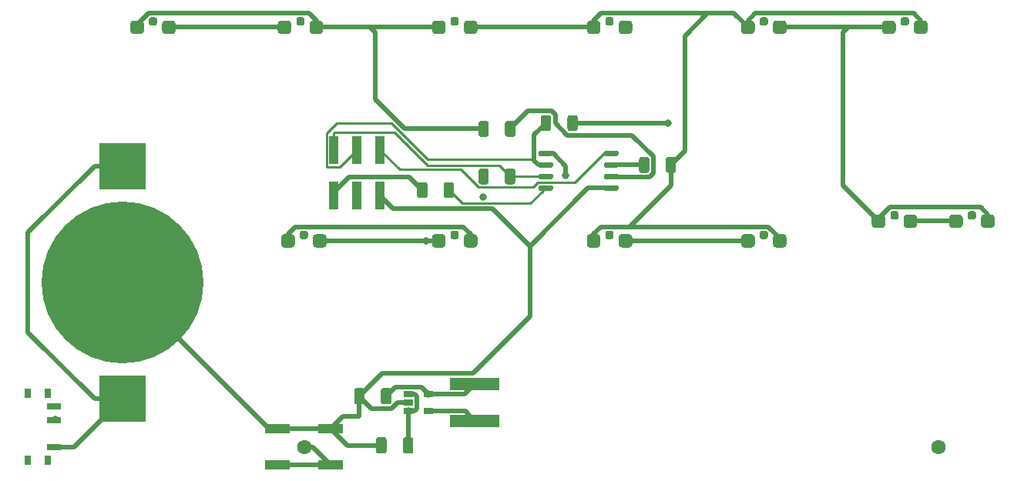
<source format=gbl>
G04 #@! TF.GenerationSoftware,KiCad,Pcbnew,(5.1.10)-1*
G04 #@! TF.CreationDate,2021-12-12T20:23:00-05:00*
G04 #@! TF.ProjectId,Bus Ornament,42757320-4f72-46e6-916d-656e742e6b69,rev?*
G04 #@! TF.SameCoordinates,Original*
G04 #@! TF.FileFunction,Copper,L4,Bot*
G04 #@! TF.FilePolarity,Positive*
%FSLAX46Y46*%
G04 Gerber Fmt 4.6, Leading zero omitted, Abs format (unit mm)*
G04 Created by KiCad (PCBNEW (5.1.10)-1) date 2021-12-12 20:23:00*
%MOMM*%
%LPD*%
G01*
G04 APERTURE LIST*
G04 #@! TA.AperFunction,SMDPad,CuDef*
%ADD10C,17.800000*%
G04 #@! TD*
G04 #@! TA.AperFunction,SMDPad,CuDef*
%ADD11R,5.100000X5.100000*%
G04 #@! TD*
G04 #@! TA.AperFunction,SMDPad,CuDef*
%ADD12R,1.500000X0.700000*%
G04 #@! TD*
G04 #@! TA.AperFunction,SMDPad,CuDef*
%ADD13R,0.800000X1.000000*%
G04 #@! TD*
G04 #@! TA.AperFunction,SMDPad,CuDef*
%ADD14R,2.800000X1.000000*%
G04 #@! TD*
G04 #@! TA.AperFunction,SMDPad,CuDef*
%ADD15R,5.500000X1.430000*%
G04 #@! TD*
G04 #@! TA.AperFunction,SMDPad,CuDef*
%ADD16R,1.060000X0.650000*%
G04 #@! TD*
G04 #@! TA.AperFunction,SMDPad,CuDef*
%ADD17R,1.000000X3.150000*%
G04 #@! TD*
G04 #@! TA.AperFunction,ViaPad*
%ADD18C,1.600000*%
G04 #@! TD*
G04 #@! TA.AperFunction,ViaPad*
%ADD19C,0.800000*%
G04 #@! TD*
G04 #@! TA.AperFunction,Conductor*
%ADD20C,0.500000*%
G04 #@! TD*
G04 #@! TA.AperFunction,Conductor*
%ADD21C,0.250000*%
G04 #@! TD*
G04 APERTURE END LIST*
D10*
X68961000Y-114427000D03*
D11*
X68961000Y-101627000D03*
X68961000Y-127227000D03*
D12*
X61450200Y-132552000D03*
X61450200Y-129552000D03*
X61450200Y-128052000D03*
D13*
X58590200Y-133952000D03*
X58590200Y-126652000D03*
X60800200Y-126652000D03*
X60800200Y-133952000D03*
D14*
X91825400Y-130511800D03*
X86025400Y-130511800D03*
X91825400Y-134511800D03*
X86025400Y-134511800D03*
G04 #@! TA.AperFunction,ConnectorPad*
G36*
G01*
X88069000Y-85935000D02*
X88069000Y-85485000D01*
G75*
G02*
X88294000Y-85260000I225000J0D01*
G01*
X88744000Y-85260000D01*
G75*
G02*
X88969000Y-85485000I0J-225000D01*
G01*
X88969000Y-85935000D01*
G75*
G02*
X88744000Y-86160000I-225000J0D01*
G01*
X88294000Y-86160000D01*
G75*
G02*
X88069000Y-85935000I0J225000D01*
G01*
G37*
G04 #@! TD.AperFunction*
G04 #@! TA.AperFunction,SMDPad,CuDef*
G36*
G01*
X89519000Y-86735000D02*
X89519000Y-85985000D01*
G75*
G02*
X89894000Y-85610000I375000J0D01*
G01*
X90644000Y-85610000D01*
G75*
G02*
X91019000Y-85985000I0J-375000D01*
G01*
X91019000Y-86735000D01*
G75*
G02*
X90644000Y-87110000I-375000J0D01*
G01*
X89894000Y-87110000D01*
G75*
G02*
X89519000Y-86735000I0J375000D01*
G01*
G37*
G04 #@! TD.AperFunction*
G04 #@! TA.AperFunction,SMDPad,CuDef*
G36*
G01*
X86019000Y-86735000D02*
X86019000Y-85985000D01*
G75*
G02*
X86394000Y-85610000I375000J0D01*
G01*
X87144000Y-85610000D01*
G75*
G02*
X87519000Y-85985000I0J-375000D01*
G01*
X87519000Y-86735000D01*
G75*
G02*
X87144000Y-87110000I-375000J0D01*
G01*
X86394000Y-87110000D01*
G75*
G02*
X86019000Y-86735000I0J375000D01*
G01*
G37*
G04 #@! TD.AperFunction*
D15*
X107696000Y-125589600D03*
X107696000Y-129629600D03*
D16*
X102573000Y-128585000D03*
X102573000Y-126685000D03*
X100373000Y-126685000D03*
X100373000Y-127635000D03*
X100373000Y-128585000D03*
G04 #@! TA.AperFunction,SMDPad,CuDef*
G36*
G01*
X95569200Y-126299199D02*
X95569200Y-127599201D01*
G75*
G02*
X95319201Y-127849200I-249999J0D01*
G01*
X94669199Y-127849200D01*
G75*
G02*
X94419200Y-127599201I0J249999D01*
G01*
X94419200Y-126299199D01*
G75*
G02*
X94669199Y-126049200I249999J0D01*
G01*
X95319201Y-126049200D01*
G75*
G02*
X95569200Y-126299199I0J-249999D01*
G01*
G37*
G04 #@! TD.AperFunction*
G04 #@! TA.AperFunction,SMDPad,CuDef*
G36*
G01*
X98519200Y-126299199D02*
X98519200Y-127599201D01*
G75*
G02*
X98269201Y-127849200I-249999J0D01*
G01*
X97619199Y-127849200D01*
G75*
G02*
X97369200Y-127599201I0J249999D01*
G01*
X97369200Y-126299199D01*
G75*
G02*
X97619199Y-126049200I249999J0D01*
G01*
X98269201Y-126049200D01*
G75*
G02*
X98519200Y-126299199I0J-249999D01*
G01*
G37*
G04 #@! TD.AperFunction*
G04 #@! TA.AperFunction,SMDPad,CuDef*
G36*
G01*
X97980400Y-131709399D02*
X97980400Y-133009401D01*
G75*
G02*
X97730401Y-133259400I-249999J0D01*
G01*
X97080399Y-133259400D01*
G75*
G02*
X96830400Y-133009401I0J249999D01*
G01*
X96830400Y-131709399D01*
G75*
G02*
X97080399Y-131459400I249999J0D01*
G01*
X97730401Y-131459400D01*
G75*
G02*
X97980400Y-131709399I0J-249999D01*
G01*
G37*
G04 #@! TD.AperFunction*
G04 #@! TA.AperFunction,SMDPad,CuDef*
G36*
G01*
X100930400Y-131709399D02*
X100930400Y-133009401D01*
G75*
G02*
X100680401Y-133259400I-249999J0D01*
G01*
X100030399Y-133259400D01*
G75*
G02*
X99780400Y-133009401I0J249999D01*
G01*
X99780400Y-131709399D01*
G75*
G02*
X100030399Y-131459400I249999J0D01*
G01*
X100680401Y-131459400D01*
G75*
G02*
X100930400Y-131709399I0J-249999D01*
G01*
G37*
G04 #@! TD.AperFunction*
G04 #@! TA.AperFunction,ConnectorPad*
G36*
G01*
X71876500Y-85935000D02*
X71876500Y-85485000D01*
G75*
G02*
X72101500Y-85260000I225000J0D01*
G01*
X72551500Y-85260000D01*
G75*
G02*
X72776500Y-85485000I0J-225000D01*
G01*
X72776500Y-85935000D01*
G75*
G02*
X72551500Y-86160000I-225000J0D01*
G01*
X72101500Y-86160000D01*
G75*
G02*
X71876500Y-85935000I0J225000D01*
G01*
G37*
G04 #@! TD.AperFunction*
G04 #@! TA.AperFunction,SMDPad,CuDef*
G36*
G01*
X73326500Y-86735000D02*
X73326500Y-85985000D01*
G75*
G02*
X73701500Y-85610000I375000J0D01*
G01*
X74451500Y-85610000D01*
G75*
G02*
X74826500Y-85985000I0J-375000D01*
G01*
X74826500Y-86735000D01*
G75*
G02*
X74451500Y-87110000I-375000J0D01*
G01*
X73701500Y-87110000D01*
G75*
G02*
X73326500Y-86735000I0J375000D01*
G01*
G37*
G04 #@! TD.AperFunction*
G04 #@! TA.AperFunction,SMDPad,CuDef*
G36*
G01*
X69826500Y-86735000D02*
X69826500Y-85985000D01*
G75*
G02*
X70201500Y-85610000I375000J0D01*
G01*
X70951500Y-85610000D01*
G75*
G02*
X71326500Y-85985000I0J-375000D01*
G01*
X71326500Y-86735000D01*
G75*
G02*
X70951500Y-87110000I-375000J0D01*
G01*
X70201500Y-87110000D01*
G75*
G02*
X69826500Y-86735000I0J375000D01*
G01*
G37*
G04 #@! TD.AperFunction*
G04 #@! TA.AperFunction,ConnectorPad*
G36*
G01*
X105023500Y-85935000D02*
X105023500Y-85485000D01*
G75*
G02*
X105248500Y-85260000I225000J0D01*
G01*
X105698500Y-85260000D01*
G75*
G02*
X105923500Y-85485000I0J-225000D01*
G01*
X105923500Y-85935000D01*
G75*
G02*
X105698500Y-86160000I-225000J0D01*
G01*
X105248500Y-86160000D01*
G75*
G02*
X105023500Y-85935000I0J225000D01*
G01*
G37*
G04 #@! TD.AperFunction*
G04 #@! TA.AperFunction,SMDPad,CuDef*
G36*
G01*
X106473500Y-86735000D02*
X106473500Y-85985000D01*
G75*
G02*
X106848500Y-85610000I375000J0D01*
G01*
X107598500Y-85610000D01*
G75*
G02*
X107973500Y-85985000I0J-375000D01*
G01*
X107973500Y-86735000D01*
G75*
G02*
X107598500Y-87110000I-375000J0D01*
G01*
X106848500Y-87110000D01*
G75*
G02*
X106473500Y-86735000I0J375000D01*
G01*
G37*
G04 #@! TD.AperFunction*
G04 #@! TA.AperFunction,SMDPad,CuDef*
G36*
G01*
X102973500Y-86735000D02*
X102973500Y-85985000D01*
G75*
G02*
X103348500Y-85610000I375000J0D01*
G01*
X104098500Y-85610000D01*
G75*
G02*
X104473500Y-85985000I0J-375000D01*
G01*
X104473500Y-86735000D01*
G75*
G02*
X104098500Y-87110000I-375000J0D01*
G01*
X103348500Y-87110000D01*
G75*
G02*
X102973500Y-86735000I0J375000D01*
G01*
G37*
G04 #@! TD.AperFunction*
G04 #@! TA.AperFunction,ConnectorPad*
G36*
G01*
X122041500Y-85935000D02*
X122041500Y-85485000D01*
G75*
G02*
X122266500Y-85260000I225000J0D01*
G01*
X122716500Y-85260000D01*
G75*
G02*
X122941500Y-85485000I0J-225000D01*
G01*
X122941500Y-85935000D01*
G75*
G02*
X122716500Y-86160000I-225000J0D01*
G01*
X122266500Y-86160000D01*
G75*
G02*
X122041500Y-85935000I0J225000D01*
G01*
G37*
G04 #@! TD.AperFunction*
G04 #@! TA.AperFunction,SMDPad,CuDef*
G36*
G01*
X123491500Y-86735000D02*
X123491500Y-85985000D01*
G75*
G02*
X123866500Y-85610000I375000J0D01*
G01*
X124616500Y-85610000D01*
G75*
G02*
X124991500Y-85985000I0J-375000D01*
G01*
X124991500Y-86735000D01*
G75*
G02*
X124616500Y-87110000I-375000J0D01*
G01*
X123866500Y-87110000D01*
G75*
G02*
X123491500Y-86735000I0J375000D01*
G01*
G37*
G04 #@! TD.AperFunction*
G04 #@! TA.AperFunction,SMDPad,CuDef*
G36*
G01*
X119991500Y-86735000D02*
X119991500Y-85985000D01*
G75*
G02*
X120366500Y-85610000I375000J0D01*
G01*
X121116500Y-85610000D01*
G75*
G02*
X121491500Y-85985000I0J-375000D01*
G01*
X121491500Y-86735000D01*
G75*
G02*
X121116500Y-87110000I-375000J0D01*
G01*
X120366500Y-87110000D01*
G75*
G02*
X119991500Y-86735000I0J375000D01*
G01*
G37*
G04 #@! TD.AperFunction*
G04 #@! TA.AperFunction,ConnectorPad*
G36*
G01*
X138996000Y-85935000D02*
X138996000Y-85485000D01*
G75*
G02*
X139221000Y-85260000I225000J0D01*
G01*
X139671000Y-85260000D01*
G75*
G02*
X139896000Y-85485000I0J-225000D01*
G01*
X139896000Y-85935000D01*
G75*
G02*
X139671000Y-86160000I-225000J0D01*
G01*
X139221000Y-86160000D01*
G75*
G02*
X138996000Y-85935000I0J225000D01*
G01*
G37*
G04 #@! TD.AperFunction*
G04 #@! TA.AperFunction,SMDPad,CuDef*
G36*
G01*
X140446000Y-86735000D02*
X140446000Y-85985000D01*
G75*
G02*
X140821000Y-85610000I375000J0D01*
G01*
X141571000Y-85610000D01*
G75*
G02*
X141946000Y-85985000I0J-375000D01*
G01*
X141946000Y-86735000D01*
G75*
G02*
X141571000Y-87110000I-375000J0D01*
G01*
X140821000Y-87110000D01*
G75*
G02*
X140446000Y-86735000I0J375000D01*
G01*
G37*
G04 #@! TD.AperFunction*
G04 #@! TA.AperFunction,SMDPad,CuDef*
G36*
G01*
X136946000Y-86735000D02*
X136946000Y-85985000D01*
G75*
G02*
X137321000Y-85610000I375000J0D01*
G01*
X138071000Y-85610000D01*
G75*
G02*
X138446000Y-85985000I0J-375000D01*
G01*
X138446000Y-86735000D01*
G75*
G02*
X138071000Y-87110000I-375000J0D01*
G01*
X137321000Y-87110000D01*
G75*
G02*
X136946000Y-86735000I0J375000D01*
G01*
G37*
G04 #@! TD.AperFunction*
G04 #@! TA.AperFunction,ConnectorPad*
G36*
G01*
X154490000Y-85935000D02*
X154490000Y-85485000D01*
G75*
G02*
X154715000Y-85260000I225000J0D01*
G01*
X155165000Y-85260000D01*
G75*
G02*
X155390000Y-85485000I0J-225000D01*
G01*
X155390000Y-85935000D01*
G75*
G02*
X155165000Y-86160000I-225000J0D01*
G01*
X154715000Y-86160000D01*
G75*
G02*
X154490000Y-85935000I0J225000D01*
G01*
G37*
G04 #@! TD.AperFunction*
G04 #@! TA.AperFunction,SMDPad,CuDef*
G36*
G01*
X155940000Y-86735000D02*
X155940000Y-85985000D01*
G75*
G02*
X156315000Y-85610000I375000J0D01*
G01*
X157065000Y-85610000D01*
G75*
G02*
X157440000Y-85985000I0J-375000D01*
G01*
X157440000Y-86735000D01*
G75*
G02*
X157065000Y-87110000I-375000J0D01*
G01*
X156315000Y-87110000D01*
G75*
G02*
X155940000Y-86735000I0J375000D01*
G01*
G37*
G04 #@! TD.AperFunction*
G04 #@! TA.AperFunction,SMDPad,CuDef*
G36*
G01*
X152440000Y-86735000D02*
X152440000Y-85985000D01*
G75*
G02*
X152815000Y-85610000I375000J0D01*
G01*
X153565000Y-85610000D01*
G75*
G02*
X153940000Y-85985000I0J-375000D01*
G01*
X153940000Y-86735000D01*
G75*
G02*
X153565000Y-87110000I-375000J0D01*
G01*
X152815000Y-87110000D01*
G75*
G02*
X152440000Y-86735000I0J375000D01*
G01*
G37*
G04 #@! TD.AperFunction*
G04 #@! TA.AperFunction,ConnectorPad*
G36*
G01*
X88450000Y-109430000D02*
X88450000Y-108980000D01*
G75*
G02*
X88675000Y-108755000I225000J0D01*
G01*
X89125000Y-108755000D01*
G75*
G02*
X89350000Y-108980000I0J-225000D01*
G01*
X89350000Y-109430000D01*
G75*
G02*
X89125000Y-109655000I-225000J0D01*
G01*
X88675000Y-109655000D01*
G75*
G02*
X88450000Y-109430000I0J225000D01*
G01*
G37*
G04 #@! TD.AperFunction*
G04 #@! TA.AperFunction,SMDPad,CuDef*
G36*
G01*
X89900000Y-110230000D02*
X89900000Y-109480000D01*
G75*
G02*
X90275000Y-109105000I375000J0D01*
G01*
X91025000Y-109105000D01*
G75*
G02*
X91400000Y-109480000I0J-375000D01*
G01*
X91400000Y-110230000D01*
G75*
G02*
X91025000Y-110605000I-375000J0D01*
G01*
X90275000Y-110605000D01*
G75*
G02*
X89900000Y-110230000I0J375000D01*
G01*
G37*
G04 #@! TD.AperFunction*
G04 #@! TA.AperFunction,SMDPad,CuDef*
G36*
G01*
X86400000Y-110230000D02*
X86400000Y-109480000D01*
G75*
G02*
X86775000Y-109105000I375000J0D01*
G01*
X87525000Y-109105000D01*
G75*
G02*
X87900000Y-109480000I0J-375000D01*
G01*
X87900000Y-110230000D01*
G75*
G02*
X87525000Y-110605000I-375000J0D01*
G01*
X86775000Y-110605000D01*
G75*
G02*
X86400000Y-110230000I0J375000D01*
G01*
G37*
G04 #@! TD.AperFunction*
G04 #@! TA.AperFunction,ConnectorPad*
G36*
G01*
X105023500Y-109430000D02*
X105023500Y-108980000D01*
G75*
G02*
X105248500Y-108755000I225000J0D01*
G01*
X105698500Y-108755000D01*
G75*
G02*
X105923500Y-108980000I0J-225000D01*
G01*
X105923500Y-109430000D01*
G75*
G02*
X105698500Y-109655000I-225000J0D01*
G01*
X105248500Y-109655000D01*
G75*
G02*
X105023500Y-109430000I0J225000D01*
G01*
G37*
G04 #@! TD.AperFunction*
G04 #@! TA.AperFunction,SMDPad,CuDef*
G36*
G01*
X106473500Y-110230000D02*
X106473500Y-109480000D01*
G75*
G02*
X106848500Y-109105000I375000J0D01*
G01*
X107598500Y-109105000D01*
G75*
G02*
X107973500Y-109480000I0J-375000D01*
G01*
X107973500Y-110230000D01*
G75*
G02*
X107598500Y-110605000I-375000J0D01*
G01*
X106848500Y-110605000D01*
G75*
G02*
X106473500Y-110230000I0J375000D01*
G01*
G37*
G04 #@! TD.AperFunction*
G04 #@! TA.AperFunction,SMDPad,CuDef*
G36*
G01*
X102973500Y-110230000D02*
X102973500Y-109480000D01*
G75*
G02*
X103348500Y-109105000I375000J0D01*
G01*
X104098500Y-109105000D01*
G75*
G02*
X104473500Y-109480000I0J-375000D01*
G01*
X104473500Y-110230000D01*
G75*
G02*
X104098500Y-110605000I-375000J0D01*
G01*
X103348500Y-110605000D01*
G75*
G02*
X102973500Y-110230000I0J375000D01*
G01*
G37*
G04 #@! TD.AperFunction*
G04 #@! TA.AperFunction,ConnectorPad*
G36*
G01*
X122041500Y-109430000D02*
X122041500Y-108980000D01*
G75*
G02*
X122266500Y-108755000I225000J0D01*
G01*
X122716500Y-108755000D01*
G75*
G02*
X122941500Y-108980000I0J-225000D01*
G01*
X122941500Y-109430000D01*
G75*
G02*
X122716500Y-109655000I-225000J0D01*
G01*
X122266500Y-109655000D01*
G75*
G02*
X122041500Y-109430000I0J225000D01*
G01*
G37*
G04 #@! TD.AperFunction*
G04 #@! TA.AperFunction,SMDPad,CuDef*
G36*
G01*
X123491500Y-110230000D02*
X123491500Y-109480000D01*
G75*
G02*
X123866500Y-109105000I375000J0D01*
G01*
X124616500Y-109105000D01*
G75*
G02*
X124991500Y-109480000I0J-375000D01*
G01*
X124991500Y-110230000D01*
G75*
G02*
X124616500Y-110605000I-375000J0D01*
G01*
X123866500Y-110605000D01*
G75*
G02*
X123491500Y-110230000I0J375000D01*
G01*
G37*
G04 #@! TD.AperFunction*
G04 #@! TA.AperFunction,SMDPad,CuDef*
G36*
G01*
X119991500Y-110230000D02*
X119991500Y-109480000D01*
G75*
G02*
X120366500Y-109105000I375000J0D01*
G01*
X121116500Y-109105000D01*
G75*
G02*
X121491500Y-109480000I0J-375000D01*
G01*
X121491500Y-110230000D01*
G75*
G02*
X121116500Y-110605000I-375000J0D01*
G01*
X120366500Y-110605000D01*
G75*
G02*
X119991500Y-110230000I0J375000D01*
G01*
G37*
G04 #@! TD.AperFunction*
G04 #@! TA.AperFunction,ConnectorPad*
G36*
G01*
X138996000Y-109430000D02*
X138996000Y-108980000D01*
G75*
G02*
X139221000Y-108755000I225000J0D01*
G01*
X139671000Y-108755000D01*
G75*
G02*
X139896000Y-108980000I0J-225000D01*
G01*
X139896000Y-109430000D01*
G75*
G02*
X139671000Y-109655000I-225000J0D01*
G01*
X139221000Y-109655000D01*
G75*
G02*
X138996000Y-109430000I0J225000D01*
G01*
G37*
G04 #@! TD.AperFunction*
G04 #@! TA.AperFunction,SMDPad,CuDef*
G36*
G01*
X140446000Y-110230000D02*
X140446000Y-109480000D01*
G75*
G02*
X140821000Y-109105000I375000J0D01*
G01*
X141571000Y-109105000D01*
G75*
G02*
X141946000Y-109480000I0J-375000D01*
G01*
X141946000Y-110230000D01*
G75*
G02*
X141571000Y-110605000I-375000J0D01*
G01*
X140821000Y-110605000D01*
G75*
G02*
X140446000Y-110230000I0J375000D01*
G01*
G37*
G04 #@! TD.AperFunction*
G04 #@! TA.AperFunction,SMDPad,CuDef*
G36*
G01*
X136946000Y-110230000D02*
X136946000Y-109480000D01*
G75*
G02*
X137321000Y-109105000I375000J0D01*
G01*
X138071000Y-109105000D01*
G75*
G02*
X138446000Y-109480000I0J-375000D01*
G01*
X138446000Y-110230000D01*
G75*
G02*
X138071000Y-110605000I-375000J0D01*
G01*
X137321000Y-110605000D01*
G75*
G02*
X136946000Y-110230000I0J375000D01*
G01*
G37*
G04 #@! TD.AperFunction*
G04 #@! TA.AperFunction,ConnectorPad*
G36*
G01*
X153347000Y-107271000D02*
X153347000Y-106821000D01*
G75*
G02*
X153572000Y-106596000I225000J0D01*
G01*
X154022000Y-106596000D01*
G75*
G02*
X154247000Y-106821000I0J-225000D01*
G01*
X154247000Y-107271000D01*
G75*
G02*
X154022000Y-107496000I-225000J0D01*
G01*
X153572000Y-107496000D01*
G75*
G02*
X153347000Y-107271000I0J225000D01*
G01*
G37*
G04 #@! TD.AperFunction*
G04 #@! TA.AperFunction,SMDPad,CuDef*
G36*
G01*
X154797000Y-108071000D02*
X154797000Y-107321000D01*
G75*
G02*
X155172000Y-106946000I375000J0D01*
G01*
X155922000Y-106946000D01*
G75*
G02*
X156297000Y-107321000I0J-375000D01*
G01*
X156297000Y-108071000D01*
G75*
G02*
X155922000Y-108446000I-375000J0D01*
G01*
X155172000Y-108446000D01*
G75*
G02*
X154797000Y-108071000I0J375000D01*
G01*
G37*
G04 #@! TD.AperFunction*
G04 #@! TA.AperFunction,SMDPad,CuDef*
G36*
G01*
X151297000Y-108071000D02*
X151297000Y-107321000D01*
G75*
G02*
X151672000Y-106946000I375000J0D01*
G01*
X152422000Y-106946000D01*
G75*
G02*
X152797000Y-107321000I0J-375000D01*
G01*
X152797000Y-108071000D01*
G75*
G02*
X152422000Y-108446000I-375000J0D01*
G01*
X151672000Y-108446000D01*
G75*
G02*
X151297000Y-108071000I0J375000D01*
G01*
G37*
G04 #@! TD.AperFunction*
G04 #@! TA.AperFunction,ConnectorPad*
G36*
G01*
X161856000Y-107271000D02*
X161856000Y-106821000D01*
G75*
G02*
X162081000Y-106596000I225000J0D01*
G01*
X162531000Y-106596000D01*
G75*
G02*
X162756000Y-106821000I0J-225000D01*
G01*
X162756000Y-107271000D01*
G75*
G02*
X162531000Y-107496000I-225000J0D01*
G01*
X162081000Y-107496000D01*
G75*
G02*
X161856000Y-107271000I0J225000D01*
G01*
G37*
G04 #@! TD.AperFunction*
G04 #@! TA.AperFunction,SMDPad,CuDef*
G36*
G01*
X163306000Y-108071000D02*
X163306000Y-107321000D01*
G75*
G02*
X163681000Y-106946000I375000J0D01*
G01*
X164431000Y-106946000D01*
G75*
G02*
X164806000Y-107321000I0J-375000D01*
G01*
X164806000Y-108071000D01*
G75*
G02*
X164431000Y-108446000I-375000J0D01*
G01*
X163681000Y-108446000D01*
G75*
G02*
X163306000Y-108071000I0J375000D01*
G01*
G37*
G04 #@! TD.AperFunction*
G04 #@! TA.AperFunction,SMDPad,CuDef*
G36*
G01*
X159806000Y-108071000D02*
X159806000Y-107321000D01*
G75*
G02*
X160181000Y-106946000I375000J0D01*
G01*
X160931000Y-106946000D01*
G75*
G02*
X161306000Y-107321000I0J-375000D01*
G01*
X161306000Y-108071000D01*
G75*
G02*
X160931000Y-108446000I-375000J0D01*
G01*
X160181000Y-108446000D01*
G75*
G02*
X159806000Y-108071000I0J375000D01*
G01*
G37*
G04 #@! TD.AperFunction*
G04 #@! TA.AperFunction,SMDPad,CuDef*
G36*
G01*
X102478000Y-103641998D02*
X102478000Y-104892002D01*
G75*
G02*
X102228002Y-105142000I-249998J0D01*
G01*
X101602998Y-105142000D01*
G75*
G02*
X101353000Y-104892002I0J249998D01*
G01*
X101353000Y-103641998D01*
G75*
G02*
X101602998Y-103392000I249998J0D01*
G01*
X102228002Y-103392000D01*
G75*
G02*
X102478000Y-103641998I0J-249998D01*
G01*
G37*
G04 #@! TD.AperFunction*
G04 #@! TA.AperFunction,SMDPad,CuDef*
G36*
G01*
X105403000Y-103641998D02*
X105403000Y-104892002D01*
G75*
G02*
X105153002Y-105142000I-249998J0D01*
G01*
X104527998Y-105142000D01*
G75*
G02*
X104278000Y-104892002I0J249998D01*
G01*
X104278000Y-103641998D01*
G75*
G02*
X104527998Y-103392000I249998J0D01*
G01*
X105153002Y-103392000D01*
G75*
G02*
X105403000Y-103641998I0J-249998D01*
G01*
G37*
G04 #@! TD.AperFunction*
D17*
X97282000Y-104887000D03*
X97282000Y-99837000D03*
X94742000Y-104887000D03*
X94742000Y-99837000D03*
X92202000Y-104887000D03*
X92202000Y-99837000D03*
G04 #@! TA.AperFunction,SMDPad,CuDef*
G36*
G01*
X111009000Y-98161002D02*
X111009000Y-96910998D01*
G75*
G02*
X111258998Y-96661000I249998J0D01*
G01*
X111884002Y-96661000D01*
G75*
G02*
X112134000Y-96910998I0J-249998D01*
G01*
X112134000Y-98161002D01*
G75*
G02*
X111884002Y-98411000I-249998J0D01*
G01*
X111258998Y-98411000D01*
G75*
G02*
X111009000Y-98161002I0J249998D01*
G01*
G37*
G04 #@! TD.AperFunction*
G04 #@! TA.AperFunction,SMDPad,CuDef*
G36*
G01*
X108084000Y-98161002D02*
X108084000Y-96910998D01*
G75*
G02*
X108333998Y-96661000I249998J0D01*
G01*
X108959002Y-96661000D01*
G75*
G02*
X109209000Y-96910998I0J-249998D01*
G01*
X109209000Y-98161002D01*
G75*
G02*
X108959002Y-98411000I-249998J0D01*
G01*
X108333998Y-98411000D01*
G75*
G02*
X108084000Y-98161002I0J249998D01*
G01*
G37*
G04 #@! TD.AperFunction*
G04 #@! TA.AperFunction,SMDPad,CuDef*
G36*
G01*
X126862000Y-100873398D02*
X126862000Y-102123402D01*
G75*
G02*
X126612002Y-102373400I-249998J0D01*
G01*
X125986998Y-102373400D01*
G75*
G02*
X125737000Y-102123402I0J249998D01*
G01*
X125737000Y-100873398D01*
G75*
G02*
X125986998Y-100623400I249998J0D01*
G01*
X126612002Y-100623400D01*
G75*
G02*
X126862000Y-100873398I0J-249998D01*
G01*
G37*
G04 #@! TD.AperFunction*
G04 #@! TA.AperFunction,SMDPad,CuDef*
G36*
G01*
X129787000Y-100873398D02*
X129787000Y-102123402D01*
G75*
G02*
X129537002Y-102373400I-249998J0D01*
G01*
X128911998Y-102373400D01*
G75*
G02*
X128662000Y-102123402I0J249998D01*
G01*
X128662000Y-100873398D01*
G75*
G02*
X128911998Y-100623400I249998J0D01*
G01*
X129537002Y-100623400D01*
G75*
G02*
X129787000Y-100873398I0J-249998D01*
G01*
G37*
G04 #@! TD.AperFunction*
G04 #@! TA.AperFunction,SMDPad,CuDef*
G36*
G01*
X116067000Y-96275998D02*
X116067000Y-97526002D01*
G75*
G02*
X115817002Y-97776000I-249998J0D01*
G01*
X115191998Y-97776000D01*
G75*
G02*
X114942000Y-97526002I0J249998D01*
G01*
X114942000Y-96275998D01*
G75*
G02*
X115191998Y-96026000I249998J0D01*
G01*
X115817002Y-96026000D01*
G75*
G02*
X116067000Y-96275998I0J-249998D01*
G01*
G37*
G04 #@! TD.AperFunction*
G04 #@! TA.AperFunction,SMDPad,CuDef*
G36*
G01*
X118992000Y-96275998D02*
X118992000Y-97526002D01*
G75*
G02*
X118742002Y-97776000I-249998J0D01*
G01*
X118116998Y-97776000D01*
G75*
G02*
X117867000Y-97526002I0J249998D01*
G01*
X117867000Y-96275998D01*
G75*
G02*
X118116998Y-96026000I249998J0D01*
G01*
X118742002Y-96026000D01*
G75*
G02*
X118992000Y-96275998I0J-249998D01*
G01*
G37*
G04 #@! TD.AperFunction*
G04 #@! TA.AperFunction,SMDPad,CuDef*
G36*
G01*
X111009000Y-103393402D02*
X111009000Y-102143398D01*
G75*
G02*
X111258998Y-101893400I249998J0D01*
G01*
X111884002Y-101893400D01*
G75*
G02*
X112134000Y-102143398I0J-249998D01*
G01*
X112134000Y-103393402D01*
G75*
G02*
X111884002Y-103643400I-249998J0D01*
G01*
X111258998Y-103643400D01*
G75*
G02*
X111009000Y-103393402I0J249998D01*
G01*
G37*
G04 #@! TD.AperFunction*
G04 #@! TA.AperFunction,SMDPad,CuDef*
G36*
G01*
X108084000Y-103393402D02*
X108084000Y-102143398D01*
G75*
G02*
X108333998Y-101893400I249998J0D01*
G01*
X108959002Y-101893400D01*
G75*
G02*
X109209000Y-102143398I0J-249998D01*
G01*
X109209000Y-103393402D01*
G75*
G02*
X108959002Y-103643400I-249998J0D01*
G01*
X108333998Y-103643400D01*
G75*
G02*
X108084000Y-103393402I0J249998D01*
G01*
G37*
G04 #@! TD.AperFunction*
G04 #@! TA.AperFunction,SMDPad,CuDef*
G36*
G01*
X116275200Y-100078400D02*
X116275200Y-100378400D01*
G75*
G02*
X116125200Y-100528400I-150000J0D01*
G01*
X114825200Y-100528400D01*
G75*
G02*
X114675200Y-100378400I0J150000D01*
G01*
X114675200Y-100078400D01*
G75*
G02*
X114825200Y-99928400I150000J0D01*
G01*
X116125200Y-99928400D01*
G75*
G02*
X116275200Y-100078400I0J-150000D01*
G01*
G37*
G04 #@! TD.AperFunction*
G04 #@! TA.AperFunction,SMDPad,CuDef*
G36*
G01*
X116275200Y-101348400D02*
X116275200Y-101648400D01*
G75*
G02*
X116125200Y-101798400I-150000J0D01*
G01*
X114825200Y-101798400D01*
G75*
G02*
X114675200Y-101648400I0J150000D01*
G01*
X114675200Y-101348400D01*
G75*
G02*
X114825200Y-101198400I150000J0D01*
G01*
X116125200Y-101198400D01*
G75*
G02*
X116275200Y-101348400I0J-150000D01*
G01*
G37*
G04 #@! TD.AperFunction*
G04 #@! TA.AperFunction,SMDPad,CuDef*
G36*
G01*
X116275200Y-102618400D02*
X116275200Y-102918400D01*
G75*
G02*
X116125200Y-103068400I-150000J0D01*
G01*
X114825200Y-103068400D01*
G75*
G02*
X114675200Y-102918400I0J150000D01*
G01*
X114675200Y-102618400D01*
G75*
G02*
X114825200Y-102468400I150000J0D01*
G01*
X116125200Y-102468400D01*
G75*
G02*
X116275200Y-102618400I0J-150000D01*
G01*
G37*
G04 #@! TD.AperFunction*
G04 #@! TA.AperFunction,SMDPad,CuDef*
G36*
G01*
X116275200Y-103888400D02*
X116275200Y-104188400D01*
G75*
G02*
X116125200Y-104338400I-150000J0D01*
G01*
X114825200Y-104338400D01*
G75*
G02*
X114675200Y-104188400I0J150000D01*
G01*
X114675200Y-103888400D01*
G75*
G02*
X114825200Y-103738400I150000J0D01*
G01*
X116125200Y-103738400D01*
G75*
G02*
X116275200Y-103888400I0J-150000D01*
G01*
G37*
G04 #@! TD.AperFunction*
G04 #@! TA.AperFunction,SMDPad,CuDef*
G36*
G01*
X123475200Y-103888400D02*
X123475200Y-104188400D01*
G75*
G02*
X123325200Y-104338400I-150000J0D01*
G01*
X122025200Y-104338400D01*
G75*
G02*
X121875200Y-104188400I0J150000D01*
G01*
X121875200Y-103888400D01*
G75*
G02*
X122025200Y-103738400I150000J0D01*
G01*
X123325200Y-103738400D01*
G75*
G02*
X123475200Y-103888400I0J-150000D01*
G01*
G37*
G04 #@! TD.AperFunction*
G04 #@! TA.AperFunction,SMDPad,CuDef*
G36*
G01*
X123475200Y-102618400D02*
X123475200Y-102918400D01*
G75*
G02*
X123325200Y-103068400I-150000J0D01*
G01*
X122025200Y-103068400D01*
G75*
G02*
X121875200Y-102918400I0J150000D01*
G01*
X121875200Y-102618400D01*
G75*
G02*
X122025200Y-102468400I150000J0D01*
G01*
X123325200Y-102468400D01*
G75*
G02*
X123475200Y-102618400I0J-150000D01*
G01*
G37*
G04 #@! TD.AperFunction*
G04 #@! TA.AperFunction,SMDPad,CuDef*
G36*
G01*
X123475200Y-101348400D02*
X123475200Y-101648400D01*
G75*
G02*
X123325200Y-101798400I-150000J0D01*
G01*
X122025200Y-101798400D01*
G75*
G02*
X121875200Y-101648400I0J150000D01*
G01*
X121875200Y-101348400D01*
G75*
G02*
X122025200Y-101198400I150000J0D01*
G01*
X123325200Y-101198400D01*
G75*
G02*
X123475200Y-101348400I0J-150000D01*
G01*
G37*
G04 #@! TD.AperFunction*
G04 #@! TA.AperFunction,SMDPad,CuDef*
G36*
G01*
X123475200Y-100078400D02*
X123475200Y-100378400D01*
G75*
G02*
X123325200Y-100528400I-150000J0D01*
G01*
X122025200Y-100528400D01*
G75*
G02*
X121875200Y-100378400I0J150000D01*
G01*
X121875200Y-100078400D01*
G75*
G02*
X122025200Y-99928400I150000J0D01*
G01*
X123325200Y-99928400D01*
G75*
G02*
X123475200Y-100078400I0J-150000D01*
G01*
G37*
G04 #@! TD.AperFunction*
D18*
X158648400Y-132588000D03*
D19*
X102590600Y-126669800D03*
X101915500Y-104267000D03*
X117652800Y-102641400D03*
X94742000Y-104887000D03*
X104876600Y-104292400D03*
D18*
X88925400Y-132588000D03*
D19*
X108585000Y-102743000D03*
X155547000Y-107696000D03*
X137696000Y-109855000D03*
X102362000Y-109855000D03*
X124241500Y-109855000D03*
X108585000Y-104993500D03*
X141196000Y-86360000D03*
X86769000Y-86360000D03*
X128895392Y-96901000D03*
X124206000Y-86360000D03*
X108646500Y-97536000D03*
X107223500Y-109855000D03*
X100380800Y-128574800D03*
X61595000Y-129540000D03*
D20*
X92202000Y-104541998D02*
X92202000Y-104887000D01*
X101915500Y-104267000D02*
X101915500Y-104267000D01*
X106600600Y-126685000D02*
X107696000Y-125589600D01*
X102573000Y-126685000D02*
X106600600Y-126685000D01*
X101797999Y-125909999D02*
X102573000Y-126685000D01*
X98983401Y-125909999D02*
X101797999Y-125909999D01*
X97944200Y-126949200D02*
X98983401Y-125909999D01*
X93881999Y-102861999D02*
X92202000Y-104541998D01*
X100510499Y-102861999D02*
X93881999Y-102861999D01*
X101915500Y-104267000D02*
X100510499Y-102861999D01*
X116275200Y-100228400D02*
X115475200Y-100228400D01*
X117652800Y-101606000D02*
X116275200Y-100228400D01*
X117652800Y-102641400D02*
X117652800Y-101606000D01*
X94994200Y-126949200D02*
X94994200Y-129171800D01*
X97518801Y-124424599D02*
X94994200Y-126949200D01*
X107478813Y-124424599D02*
X97518801Y-124424599D01*
X113734010Y-118169402D02*
X107478813Y-124424599D01*
X120126208Y-104038400D02*
X113734010Y-110430598D01*
X113734010Y-110430598D02*
X113734010Y-118169402D01*
X122675200Y-104038400D02*
X120126208Y-104038400D01*
X96344210Y-128299210D02*
X94994200Y-126949200D01*
X98559156Y-128299210D02*
X96344210Y-128299210D01*
X99223366Y-127635000D02*
X98559156Y-128299210D01*
X100373000Y-127635000D02*
X99223366Y-127635000D01*
X93673000Y-132359400D02*
X91825400Y-130511800D01*
X97405400Y-132359400D02*
X93673000Y-132359400D01*
X93165400Y-129171800D02*
X91825400Y-130511800D01*
X94994200Y-129171800D02*
X93165400Y-129171800D01*
X91825400Y-130511800D02*
X86025400Y-130511800D01*
X86025400Y-130511800D02*
X85045800Y-130511800D01*
X109596923Y-106293511D02*
X113734010Y-110430598D01*
X98688511Y-106293511D02*
X109596923Y-106293511D01*
X97282000Y-104887000D02*
X98688511Y-106293511D01*
X85045800Y-130511800D02*
X68961000Y-114427000D01*
D21*
X98500814Y-96901000D02*
X102468194Y-100868380D01*
X92477998Y-96901000D02*
X98500814Y-96901000D01*
X91376999Y-98001999D02*
X92477998Y-96901000D01*
X91376999Y-101672001D02*
X91376999Y-98001999D01*
X91441999Y-101737001D02*
X91376999Y-101672001D01*
X92841999Y-101737001D02*
X91441999Y-101737001D01*
X94742000Y-99837000D02*
X92841999Y-101737001D01*
D20*
X114225190Y-98180310D02*
X115504500Y-96901000D01*
X114225190Y-101048390D02*
X114225190Y-98180310D01*
X114675200Y-101498400D02*
X114225190Y-101048390D01*
X115475200Y-101498400D02*
X114675200Y-101498400D01*
D21*
X114045180Y-100868380D02*
X114675200Y-101498400D01*
X102468194Y-100868380D02*
X114045180Y-100868380D01*
X108095820Y-103968410D02*
X114073422Y-103968410D01*
X114073422Y-103968410D02*
X114648422Y-103393410D01*
X99463398Y-102018398D02*
X106145808Y-102018398D01*
X106145808Y-102018398D02*
X108095820Y-103968410D01*
X97282000Y-99837000D02*
X99463398Y-102018398D01*
X121875200Y-100228400D02*
X122675200Y-100228400D01*
X118710190Y-103393410D02*
X121875200Y-100228400D01*
X114648422Y-103393410D02*
X118710190Y-103393410D01*
X111571500Y-102768400D02*
X115475200Y-102768400D01*
X110371490Y-101568390D02*
X111571500Y-102768400D01*
X102531794Y-101568390D02*
X110371490Y-101568390D01*
X98880404Y-97917000D02*
X102531794Y-101568390D01*
X92297000Y-97917000D02*
X98880404Y-97917000D01*
X92202000Y-98012000D02*
X92297000Y-97917000D01*
X92202000Y-99837000D02*
X92202000Y-98012000D01*
D20*
X126299500Y-101498400D02*
X122675200Y-101498400D01*
X94742000Y-105232002D02*
X94742000Y-104887000D01*
X94742000Y-104887000D02*
X94742000Y-104887000D01*
D21*
X115095180Y-104418420D02*
X115475200Y-104038400D01*
X104840500Y-104267000D02*
X104840500Y-104267000D01*
D20*
X91825400Y-134511800D02*
X86025400Y-134511800D01*
D21*
X113795099Y-105718501D02*
X115095180Y-104418420D01*
X106292001Y-105718501D02*
X113795099Y-105718501D01*
X104840500Y-104267000D02*
X106292001Y-105718501D01*
D20*
X89901600Y-132588000D02*
X91825400Y-134511800D01*
X88925400Y-132588000D02*
X89901600Y-132588000D01*
X116517010Y-95986044D02*
X116517010Y-96923548D01*
X116106956Y-95575990D02*
X116517010Y-95986044D01*
X113531510Y-95575990D02*
X116106956Y-95575990D01*
X111571500Y-97536000D02*
X113531510Y-95575990D01*
X122730210Y-102823410D02*
X122675200Y-102768400D01*
X127312010Y-102413356D02*
X126901956Y-102823410D01*
X127312010Y-100583444D02*
X127312010Y-102413356D01*
X124954576Y-98226010D02*
X127312010Y-100583444D01*
X117819472Y-98226010D02*
X124954576Y-98226010D01*
X126901956Y-102823410D02*
X122730210Y-102823410D01*
X116517010Y-96923548D02*
X117819472Y-98226010D01*
X160556000Y-107696000D02*
X155547000Y-107696000D01*
X90650000Y-109855000D02*
X103723500Y-109855000D01*
X137696000Y-109855000D02*
X137696000Y-109855000D01*
X155547000Y-107696000D02*
X155547000Y-107696000D01*
X137696000Y-109855000D02*
X124241500Y-109855000D01*
X103723500Y-109855000D02*
X103723500Y-109855000D01*
X124241500Y-109855000D02*
X124241500Y-109855000D01*
X148139990Y-103788990D02*
X152047000Y-107696000D01*
X152047000Y-107391390D02*
X152047000Y-107696000D01*
X153292400Y-106145990D02*
X152047000Y-107391390D01*
X163255990Y-106145990D02*
X153292400Y-106145990D01*
X164056000Y-106946000D02*
X163255990Y-106145990D01*
X164056000Y-107696000D02*
X164056000Y-106946000D01*
X86769000Y-86360000D02*
X86769000Y-86360000D01*
X141196000Y-86360000D02*
X141196000Y-86360000D01*
X118429500Y-96901000D02*
X128895392Y-96901000D01*
X148139990Y-86935598D02*
X148139990Y-103788990D01*
X148715588Y-86360000D02*
X148139990Y-86935598D01*
X153190000Y-86360000D02*
X148715588Y-86360000D01*
X153190000Y-86360000D02*
X141196000Y-86360000D01*
X86769000Y-86360000D02*
X74076500Y-86360000D01*
X107223500Y-86360000D02*
X120741500Y-86360000D01*
X136145990Y-84809990D02*
X137696000Y-86360000D01*
X120741500Y-85610000D02*
X121541510Y-84809990D01*
X120741500Y-86360000D02*
X120741500Y-85610000D01*
X141196000Y-109550390D02*
X141196000Y-109855000D01*
X139950600Y-108304990D02*
X141196000Y-109550390D01*
X120741500Y-109105000D02*
X121541510Y-108304990D01*
X120741500Y-109855000D02*
X120741500Y-109105000D01*
X130752010Y-87305578D02*
X133247598Y-84809990D01*
X133247598Y-84809990D02*
X133376010Y-84809990D01*
X130752010Y-99970890D02*
X130752010Y-87305578D01*
X129224500Y-101498400D02*
X130752010Y-99970890D01*
X133376010Y-84809990D02*
X136145990Y-84809990D01*
X121541510Y-84809990D02*
X133376010Y-84809990D01*
X129224500Y-103768480D02*
X124687990Y-108304990D01*
X129224500Y-101498400D02*
X129224500Y-103768480D01*
X124687990Y-108304990D02*
X139950600Y-108304990D01*
X121541510Y-108304990D02*
X124687990Y-108304990D01*
X155889990Y-84809990D02*
X156690000Y-85610000D01*
X156690000Y-85610000D02*
X156690000Y-86360000D01*
X137696000Y-86360000D02*
X137696000Y-85610000D01*
X137696000Y-85610000D02*
X138496010Y-84809990D01*
X138496010Y-84809990D02*
X155889990Y-84809990D01*
X107223500Y-109105000D02*
X107223500Y-109855000D01*
X106423490Y-108304990D02*
X107223500Y-109105000D01*
X87950010Y-108304990D02*
X106423490Y-108304990D01*
X87150000Y-109105000D02*
X87950010Y-108304990D01*
X87150000Y-109855000D02*
X87150000Y-109105000D01*
X108646500Y-97536000D02*
X108646500Y-97536000D01*
X107223500Y-109855000D02*
X107223500Y-109855000D01*
X70576500Y-86360000D02*
X70576500Y-86055390D01*
X70576500Y-86055390D02*
X71821900Y-84809990D01*
X89468990Y-84809990D02*
X90269000Y-85610000D01*
X90269000Y-85610000D02*
X90269000Y-86360000D01*
X71821900Y-84809990D02*
X89468990Y-84809990D01*
X96716010Y-86935598D02*
X96140412Y-86360000D01*
X96716010Y-94303010D02*
X96716010Y-86935598D01*
X99949000Y-97536000D02*
X96716010Y-94303010D01*
X108646500Y-97536000D02*
X99949000Y-97536000D01*
X103723500Y-86360000D02*
X95453200Y-86360000D01*
X95453200Y-86360000D02*
X90269000Y-86360000D01*
X96140412Y-86360000D02*
X95453200Y-86360000D01*
X63636000Y-132552000D02*
X68961000Y-127227000D01*
X61628000Y-132552000D02*
X63636000Y-132552000D01*
X65911000Y-101627000D02*
X58581973Y-108956027D01*
X68961000Y-101627000D02*
X65911000Y-101627000D01*
X65911000Y-127227000D02*
X68961000Y-127227000D01*
X58581973Y-119897973D02*
X65911000Y-127227000D01*
X58581973Y-108956027D02*
X58581973Y-119897973D01*
X101088002Y-128585000D02*
X100373000Y-128585000D01*
X101353001Y-128320001D02*
X101088002Y-128585000D01*
X101353001Y-126949999D02*
X101353001Y-128320001D01*
X101088002Y-126685000D02*
X101353001Y-126949999D01*
X100373000Y-126685000D02*
X101088002Y-126685000D01*
X100355400Y-128955800D02*
X100355400Y-132359400D01*
X100380800Y-128930400D02*
X100355400Y-128955800D01*
X100380800Y-128574800D02*
X100380800Y-128930400D01*
X106651400Y-128585000D02*
X107696000Y-129629600D01*
X102573000Y-128585000D02*
X106651400Y-128585000D01*
M02*

</source>
